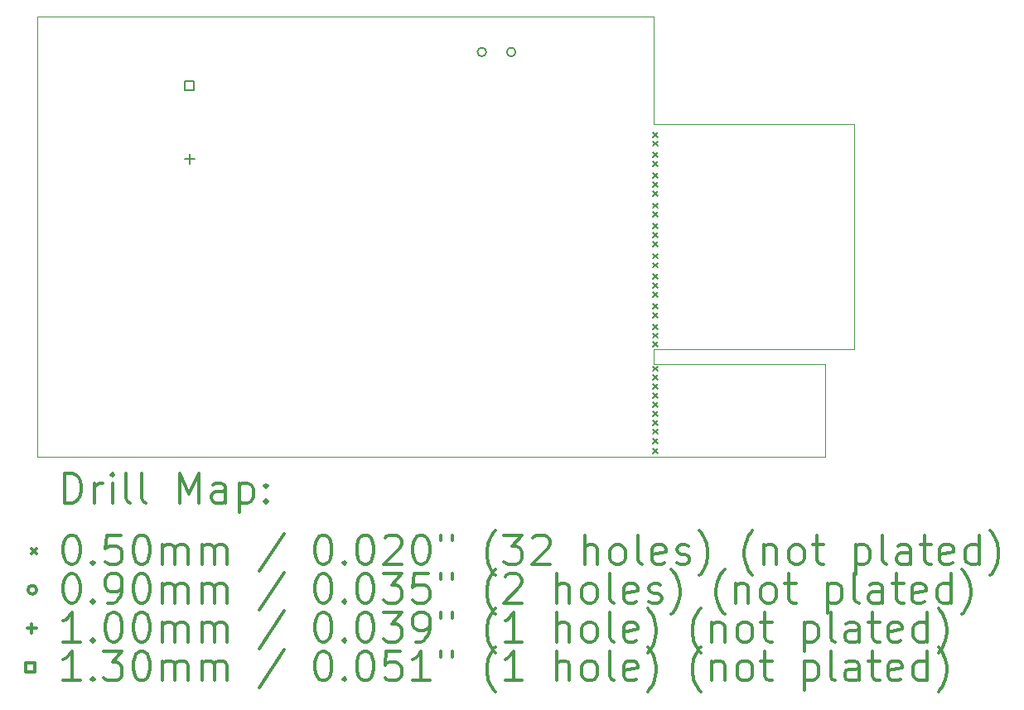
<source format=gbr>
%FSLAX45Y45*%
G04 Gerber Fmt 4.5, Leading zero omitted, Abs format (unit mm)*
G04 Created by KiCad (PCBNEW (5.1.9-0-10_14)) date 2021-06-13 08:52:33*
%MOMM*%
%LPD*%
G01*
G04 APERTURE LIST*
%TA.AperFunction,Profile*%
%ADD10C,0.100000*%
%TD*%
%ADD11C,0.200000*%
%ADD12C,0.300000*%
G04 APERTURE END LIST*
D10*
X16950000Y-12150000D02*
X15200000Y-12150000D01*
X16950000Y-13100000D02*
X16950000Y-12150000D01*
X17250000Y-9700000D02*
X17250000Y-12000000D01*
X15200000Y-12000000D02*
X17250000Y-12000000D01*
X15200000Y-9700000D02*
X17250000Y-9700000D01*
X15200000Y-9700000D02*
X15200000Y-8600000D01*
X15200000Y-12150000D02*
X15200000Y-12000000D01*
X15200000Y-8600000D02*
X8900000Y-8600000D01*
X8900000Y-13100000D02*
X16950000Y-13100000D01*
X8900000Y-8600000D02*
X8900000Y-13100000D01*
D11*
X15192000Y-12174000D02*
X15242000Y-12224000D01*
X15242000Y-12174000D02*
X15192000Y-12224000D01*
X15192000Y-12265000D02*
X15242000Y-12315000D01*
X15242000Y-12265000D02*
X15192000Y-12315000D01*
X15192000Y-12356000D02*
X15242000Y-12406000D01*
X15242000Y-12356000D02*
X15192000Y-12406000D01*
X15192000Y-12449000D02*
X15242000Y-12499000D01*
X15242000Y-12449000D02*
X15192000Y-12499000D01*
X15192000Y-12726000D02*
X15242000Y-12776000D01*
X15242000Y-12726000D02*
X15192000Y-12776000D01*
X15192000Y-12916000D02*
X15242000Y-12966000D01*
X15242000Y-12916000D02*
X15192000Y-12966000D01*
X15193000Y-9780000D02*
X15243000Y-9830000D01*
X15243000Y-9780000D02*
X15193000Y-9830000D01*
X15193000Y-9871000D02*
X15243000Y-9921000D01*
X15243000Y-9871000D02*
X15193000Y-9921000D01*
X15193000Y-9987000D02*
X15243000Y-10037000D01*
X15243000Y-9987000D02*
X15193000Y-10037000D01*
X15193000Y-10079000D02*
X15243000Y-10129000D01*
X15243000Y-10079000D02*
X15193000Y-10129000D01*
X15193000Y-10196000D02*
X15243000Y-10246000D01*
X15243000Y-10196000D02*
X15193000Y-10246000D01*
X15193000Y-10289000D02*
X15243000Y-10339000D01*
X15243000Y-10289000D02*
X15193000Y-10339000D01*
X15193000Y-10383000D02*
X15243000Y-10433000D01*
X15243000Y-10383000D02*
X15193000Y-10433000D01*
X15193000Y-10506000D02*
X15243000Y-10556000D01*
X15243000Y-10506000D02*
X15193000Y-10556000D01*
X15193000Y-10597000D02*
X15243000Y-10647000D01*
X15243000Y-10597000D02*
X15193000Y-10647000D01*
X15193000Y-10715000D02*
X15243000Y-10765000D01*
X15243000Y-10715000D02*
X15193000Y-10765000D01*
X15193000Y-10809000D02*
X15243000Y-10859000D01*
X15243000Y-10809000D02*
X15193000Y-10859000D01*
X15193000Y-10902000D02*
X15243000Y-10952000D01*
X15243000Y-10902000D02*
X15193000Y-10952000D01*
X15193000Y-11022000D02*
X15243000Y-11072000D01*
X15243000Y-11022000D02*
X15193000Y-11072000D01*
X15193000Y-11115000D02*
X15243000Y-11165000D01*
X15243000Y-11115000D02*
X15193000Y-11165000D01*
X15193000Y-11232000D02*
X15243000Y-11282000D01*
X15243000Y-11232000D02*
X15193000Y-11282000D01*
X15193000Y-11324000D02*
X15243000Y-11374000D01*
X15243000Y-11324000D02*
X15193000Y-11374000D01*
X15193000Y-11416000D02*
X15243000Y-11466000D01*
X15243000Y-11416000D02*
X15193000Y-11466000D01*
X15193000Y-11538000D02*
X15243000Y-11588000D01*
X15243000Y-11538000D02*
X15193000Y-11588000D01*
X15193000Y-11630000D02*
X15243000Y-11680000D01*
X15243000Y-11630000D02*
X15193000Y-11680000D01*
X15193000Y-11745000D02*
X15243000Y-11795000D01*
X15243000Y-11745000D02*
X15193000Y-11795000D01*
X15193000Y-11835000D02*
X15243000Y-11885000D01*
X15243000Y-11835000D02*
X15193000Y-11885000D01*
X15193000Y-11924000D02*
X15243000Y-11974000D01*
X15243000Y-11924000D02*
X15193000Y-11974000D01*
X15193000Y-12540000D02*
X15243000Y-12590000D01*
X15243000Y-12540000D02*
X15193000Y-12590000D01*
X15193000Y-12632000D02*
X15243000Y-12682000D01*
X15243000Y-12632000D02*
X15193000Y-12682000D01*
X15194000Y-12817000D02*
X15244000Y-12867000D01*
X15244000Y-12817000D02*
X15194000Y-12867000D01*
X15194000Y-13013000D02*
X15244000Y-13063000D01*
X15244000Y-13013000D02*
X15194000Y-13063000D01*
X13489000Y-8958500D02*
G75*
G03*
X13489000Y-8958500I-45000J0D01*
G01*
X13789000Y-8958500D02*
G75*
G03*
X13789000Y-8958500I-45000J0D01*
G01*
X10456000Y-10004000D02*
X10456000Y-10104000D01*
X10406000Y-10054000D02*
X10506000Y-10054000D01*
X10501962Y-9349962D02*
X10501962Y-9258038D01*
X10410038Y-9258038D01*
X10410038Y-9349962D01*
X10501962Y-9349962D01*
D12*
X9181428Y-13570714D02*
X9181428Y-13270714D01*
X9252857Y-13270714D01*
X9295714Y-13285000D01*
X9324286Y-13313571D01*
X9338571Y-13342143D01*
X9352857Y-13399286D01*
X9352857Y-13442143D01*
X9338571Y-13499286D01*
X9324286Y-13527857D01*
X9295714Y-13556429D01*
X9252857Y-13570714D01*
X9181428Y-13570714D01*
X9481428Y-13570714D02*
X9481428Y-13370714D01*
X9481428Y-13427857D02*
X9495714Y-13399286D01*
X9510000Y-13385000D01*
X9538571Y-13370714D01*
X9567143Y-13370714D01*
X9667143Y-13570714D02*
X9667143Y-13370714D01*
X9667143Y-13270714D02*
X9652857Y-13285000D01*
X9667143Y-13299286D01*
X9681428Y-13285000D01*
X9667143Y-13270714D01*
X9667143Y-13299286D01*
X9852857Y-13570714D02*
X9824286Y-13556429D01*
X9810000Y-13527857D01*
X9810000Y-13270714D01*
X10010000Y-13570714D02*
X9981428Y-13556429D01*
X9967143Y-13527857D01*
X9967143Y-13270714D01*
X10352857Y-13570714D02*
X10352857Y-13270714D01*
X10452857Y-13485000D01*
X10552857Y-13270714D01*
X10552857Y-13570714D01*
X10824286Y-13570714D02*
X10824286Y-13413571D01*
X10810000Y-13385000D01*
X10781428Y-13370714D01*
X10724286Y-13370714D01*
X10695714Y-13385000D01*
X10824286Y-13556429D02*
X10795714Y-13570714D01*
X10724286Y-13570714D01*
X10695714Y-13556429D01*
X10681428Y-13527857D01*
X10681428Y-13499286D01*
X10695714Y-13470714D01*
X10724286Y-13456429D01*
X10795714Y-13456429D01*
X10824286Y-13442143D01*
X10967143Y-13370714D02*
X10967143Y-13670714D01*
X10967143Y-13385000D02*
X10995714Y-13370714D01*
X11052857Y-13370714D01*
X11081428Y-13385000D01*
X11095714Y-13399286D01*
X11110000Y-13427857D01*
X11110000Y-13513571D01*
X11095714Y-13542143D01*
X11081428Y-13556429D01*
X11052857Y-13570714D01*
X10995714Y-13570714D01*
X10967143Y-13556429D01*
X11238571Y-13542143D02*
X11252857Y-13556429D01*
X11238571Y-13570714D01*
X11224286Y-13556429D01*
X11238571Y-13542143D01*
X11238571Y-13570714D01*
X11238571Y-13385000D02*
X11252857Y-13399286D01*
X11238571Y-13413571D01*
X11224286Y-13399286D01*
X11238571Y-13385000D01*
X11238571Y-13413571D01*
X8845000Y-14040000D02*
X8895000Y-14090000D01*
X8895000Y-14040000D02*
X8845000Y-14090000D01*
X9238571Y-13900714D02*
X9267143Y-13900714D01*
X9295714Y-13915000D01*
X9310000Y-13929286D01*
X9324286Y-13957857D01*
X9338571Y-14015000D01*
X9338571Y-14086429D01*
X9324286Y-14143571D01*
X9310000Y-14172143D01*
X9295714Y-14186429D01*
X9267143Y-14200714D01*
X9238571Y-14200714D01*
X9210000Y-14186429D01*
X9195714Y-14172143D01*
X9181428Y-14143571D01*
X9167143Y-14086429D01*
X9167143Y-14015000D01*
X9181428Y-13957857D01*
X9195714Y-13929286D01*
X9210000Y-13915000D01*
X9238571Y-13900714D01*
X9467143Y-14172143D02*
X9481428Y-14186429D01*
X9467143Y-14200714D01*
X9452857Y-14186429D01*
X9467143Y-14172143D01*
X9467143Y-14200714D01*
X9752857Y-13900714D02*
X9610000Y-13900714D01*
X9595714Y-14043571D01*
X9610000Y-14029286D01*
X9638571Y-14015000D01*
X9710000Y-14015000D01*
X9738571Y-14029286D01*
X9752857Y-14043571D01*
X9767143Y-14072143D01*
X9767143Y-14143571D01*
X9752857Y-14172143D01*
X9738571Y-14186429D01*
X9710000Y-14200714D01*
X9638571Y-14200714D01*
X9610000Y-14186429D01*
X9595714Y-14172143D01*
X9952857Y-13900714D02*
X9981428Y-13900714D01*
X10010000Y-13915000D01*
X10024286Y-13929286D01*
X10038571Y-13957857D01*
X10052857Y-14015000D01*
X10052857Y-14086429D01*
X10038571Y-14143571D01*
X10024286Y-14172143D01*
X10010000Y-14186429D01*
X9981428Y-14200714D01*
X9952857Y-14200714D01*
X9924286Y-14186429D01*
X9910000Y-14172143D01*
X9895714Y-14143571D01*
X9881428Y-14086429D01*
X9881428Y-14015000D01*
X9895714Y-13957857D01*
X9910000Y-13929286D01*
X9924286Y-13915000D01*
X9952857Y-13900714D01*
X10181428Y-14200714D02*
X10181428Y-14000714D01*
X10181428Y-14029286D02*
X10195714Y-14015000D01*
X10224286Y-14000714D01*
X10267143Y-14000714D01*
X10295714Y-14015000D01*
X10310000Y-14043571D01*
X10310000Y-14200714D01*
X10310000Y-14043571D02*
X10324286Y-14015000D01*
X10352857Y-14000714D01*
X10395714Y-14000714D01*
X10424286Y-14015000D01*
X10438571Y-14043571D01*
X10438571Y-14200714D01*
X10581428Y-14200714D02*
X10581428Y-14000714D01*
X10581428Y-14029286D02*
X10595714Y-14015000D01*
X10624286Y-14000714D01*
X10667143Y-14000714D01*
X10695714Y-14015000D01*
X10710000Y-14043571D01*
X10710000Y-14200714D01*
X10710000Y-14043571D02*
X10724286Y-14015000D01*
X10752857Y-14000714D01*
X10795714Y-14000714D01*
X10824286Y-14015000D01*
X10838571Y-14043571D01*
X10838571Y-14200714D01*
X11424286Y-13886429D02*
X11167143Y-14272143D01*
X11810000Y-13900714D02*
X11838571Y-13900714D01*
X11867143Y-13915000D01*
X11881428Y-13929286D01*
X11895714Y-13957857D01*
X11910000Y-14015000D01*
X11910000Y-14086429D01*
X11895714Y-14143571D01*
X11881428Y-14172143D01*
X11867143Y-14186429D01*
X11838571Y-14200714D01*
X11810000Y-14200714D01*
X11781428Y-14186429D01*
X11767143Y-14172143D01*
X11752857Y-14143571D01*
X11738571Y-14086429D01*
X11738571Y-14015000D01*
X11752857Y-13957857D01*
X11767143Y-13929286D01*
X11781428Y-13915000D01*
X11810000Y-13900714D01*
X12038571Y-14172143D02*
X12052857Y-14186429D01*
X12038571Y-14200714D01*
X12024286Y-14186429D01*
X12038571Y-14172143D01*
X12038571Y-14200714D01*
X12238571Y-13900714D02*
X12267143Y-13900714D01*
X12295714Y-13915000D01*
X12310000Y-13929286D01*
X12324286Y-13957857D01*
X12338571Y-14015000D01*
X12338571Y-14086429D01*
X12324286Y-14143571D01*
X12310000Y-14172143D01*
X12295714Y-14186429D01*
X12267143Y-14200714D01*
X12238571Y-14200714D01*
X12210000Y-14186429D01*
X12195714Y-14172143D01*
X12181428Y-14143571D01*
X12167143Y-14086429D01*
X12167143Y-14015000D01*
X12181428Y-13957857D01*
X12195714Y-13929286D01*
X12210000Y-13915000D01*
X12238571Y-13900714D01*
X12452857Y-13929286D02*
X12467143Y-13915000D01*
X12495714Y-13900714D01*
X12567143Y-13900714D01*
X12595714Y-13915000D01*
X12610000Y-13929286D01*
X12624286Y-13957857D01*
X12624286Y-13986429D01*
X12610000Y-14029286D01*
X12438571Y-14200714D01*
X12624286Y-14200714D01*
X12810000Y-13900714D02*
X12838571Y-13900714D01*
X12867143Y-13915000D01*
X12881428Y-13929286D01*
X12895714Y-13957857D01*
X12910000Y-14015000D01*
X12910000Y-14086429D01*
X12895714Y-14143571D01*
X12881428Y-14172143D01*
X12867143Y-14186429D01*
X12838571Y-14200714D01*
X12810000Y-14200714D01*
X12781428Y-14186429D01*
X12767143Y-14172143D01*
X12752857Y-14143571D01*
X12738571Y-14086429D01*
X12738571Y-14015000D01*
X12752857Y-13957857D01*
X12767143Y-13929286D01*
X12781428Y-13915000D01*
X12810000Y-13900714D01*
X13024286Y-13900714D02*
X13024286Y-13957857D01*
X13138571Y-13900714D02*
X13138571Y-13957857D01*
X13581428Y-14315000D02*
X13567143Y-14300714D01*
X13538571Y-14257857D01*
X13524286Y-14229286D01*
X13510000Y-14186429D01*
X13495714Y-14115000D01*
X13495714Y-14057857D01*
X13510000Y-13986429D01*
X13524286Y-13943571D01*
X13538571Y-13915000D01*
X13567143Y-13872143D01*
X13581428Y-13857857D01*
X13667143Y-13900714D02*
X13852857Y-13900714D01*
X13752857Y-14015000D01*
X13795714Y-14015000D01*
X13824286Y-14029286D01*
X13838571Y-14043571D01*
X13852857Y-14072143D01*
X13852857Y-14143571D01*
X13838571Y-14172143D01*
X13824286Y-14186429D01*
X13795714Y-14200714D01*
X13710000Y-14200714D01*
X13681428Y-14186429D01*
X13667143Y-14172143D01*
X13967143Y-13929286D02*
X13981428Y-13915000D01*
X14010000Y-13900714D01*
X14081428Y-13900714D01*
X14110000Y-13915000D01*
X14124286Y-13929286D01*
X14138571Y-13957857D01*
X14138571Y-13986429D01*
X14124286Y-14029286D01*
X13952857Y-14200714D01*
X14138571Y-14200714D01*
X14495714Y-14200714D02*
X14495714Y-13900714D01*
X14624286Y-14200714D02*
X14624286Y-14043571D01*
X14610000Y-14015000D01*
X14581428Y-14000714D01*
X14538571Y-14000714D01*
X14510000Y-14015000D01*
X14495714Y-14029286D01*
X14810000Y-14200714D02*
X14781428Y-14186429D01*
X14767143Y-14172143D01*
X14752857Y-14143571D01*
X14752857Y-14057857D01*
X14767143Y-14029286D01*
X14781428Y-14015000D01*
X14810000Y-14000714D01*
X14852857Y-14000714D01*
X14881428Y-14015000D01*
X14895714Y-14029286D01*
X14910000Y-14057857D01*
X14910000Y-14143571D01*
X14895714Y-14172143D01*
X14881428Y-14186429D01*
X14852857Y-14200714D01*
X14810000Y-14200714D01*
X15081428Y-14200714D02*
X15052857Y-14186429D01*
X15038571Y-14157857D01*
X15038571Y-13900714D01*
X15310000Y-14186429D02*
X15281428Y-14200714D01*
X15224286Y-14200714D01*
X15195714Y-14186429D01*
X15181428Y-14157857D01*
X15181428Y-14043571D01*
X15195714Y-14015000D01*
X15224286Y-14000714D01*
X15281428Y-14000714D01*
X15310000Y-14015000D01*
X15324286Y-14043571D01*
X15324286Y-14072143D01*
X15181428Y-14100714D01*
X15438571Y-14186429D02*
X15467143Y-14200714D01*
X15524286Y-14200714D01*
X15552857Y-14186429D01*
X15567143Y-14157857D01*
X15567143Y-14143571D01*
X15552857Y-14115000D01*
X15524286Y-14100714D01*
X15481428Y-14100714D01*
X15452857Y-14086429D01*
X15438571Y-14057857D01*
X15438571Y-14043571D01*
X15452857Y-14015000D01*
X15481428Y-14000714D01*
X15524286Y-14000714D01*
X15552857Y-14015000D01*
X15667143Y-14315000D02*
X15681428Y-14300714D01*
X15710000Y-14257857D01*
X15724286Y-14229286D01*
X15738571Y-14186429D01*
X15752857Y-14115000D01*
X15752857Y-14057857D01*
X15738571Y-13986429D01*
X15724286Y-13943571D01*
X15710000Y-13915000D01*
X15681428Y-13872143D01*
X15667143Y-13857857D01*
X16210000Y-14315000D02*
X16195714Y-14300714D01*
X16167143Y-14257857D01*
X16152857Y-14229286D01*
X16138571Y-14186429D01*
X16124286Y-14115000D01*
X16124286Y-14057857D01*
X16138571Y-13986429D01*
X16152857Y-13943571D01*
X16167143Y-13915000D01*
X16195714Y-13872143D01*
X16210000Y-13857857D01*
X16324286Y-14000714D02*
X16324286Y-14200714D01*
X16324286Y-14029286D02*
X16338571Y-14015000D01*
X16367143Y-14000714D01*
X16410000Y-14000714D01*
X16438571Y-14015000D01*
X16452857Y-14043571D01*
X16452857Y-14200714D01*
X16638571Y-14200714D02*
X16610000Y-14186429D01*
X16595714Y-14172143D01*
X16581428Y-14143571D01*
X16581428Y-14057857D01*
X16595714Y-14029286D01*
X16610000Y-14015000D01*
X16638571Y-14000714D01*
X16681428Y-14000714D01*
X16710000Y-14015000D01*
X16724286Y-14029286D01*
X16738571Y-14057857D01*
X16738571Y-14143571D01*
X16724286Y-14172143D01*
X16710000Y-14186429D01*
X16681428Y-14200714D01*
X16638571Y-14200714D01*
X16824286Y-14000714D02*
X16938571Y-14000714D01*
X16867143Y-13900714D02*
X16867143Y-14157857D01*
X16881428Y-14186429D01*
X16910000Y-14200714D01*
X16938571Y-14200714D01*
X17267143Y-14000714D02*
X17267143Y-14300714D01*
X17267143Y-14015000D02*
X17295714Y-14000714D01*
X17352857Y-14000714D01*
X17381428Y-14015000D01*
X17395714Y-14029286D01*
X17410000Y-14057857D01*
X17410000Y-14143571D01*
X17395714Y-14172143D01*
X17381428Y-14186429D01*
X17352857Y-14200714D01*
X17295714Y-14200714D01*
X17267143Y-14186429D01*
X17581428Y-14200714D02*
X17552857Y-14186429D01*
X17538571Y-14157857D01*
X17538571Y-13900714D01*
X17824286Y-14200714D02*
X17824286Y-14043571D01*
X17810000Y-14015000D01*
X17781428Y-14000714D01*
X17724286Y-14000714D01*
X17695714Y-14015000D01*
X17824286Y-14186429D02*
X17795714Y-14200714D01*
X17724286Y-14200714D01*
X17695714Y-14186429D01*
X17681428Y-14157857D01*
X17681428Y-14129286D01*
X17695714Y-14100714D01*
X17724286Y-14086429D01*
X17795714Y-14086429D01*
X17824286Y-14072143D01*
X17924286Y-14000714D02*
X18038571Y-14000714D01*
X17967143Y-13900714D02*
X17967143Y-14157857D01*
X17981428Y-14186429D01*
X18010000Y-14200714D01*
X18038571Y-14200714D01*
X18252857Y-14186429D02*
X18224286Y-14200714D01*
X18167143Y-14200714D01*
X18138571Y-14186429D01*
X18124286Y-14157857D01*
X18124286Y-14043571D01*
X18138571Y-14015000D01*
X18167143Y-14000714D01*
X18224286Y-14000714D01*
X18252857Y-14015000D01*
X18267143Y-14043571D01*
X18267143Y-14072143D01*
X18124286Y-14100714D01*
X18524286Y-14200714D02*
X18524286Y-13900714D01*
X18524286Y-14186429D02*
X18495714Y-14200714D01*
X18438571Y-14200714D01*
X18410000Y-14186429D01*
X18395714Y-14172143D01*
X18381428Y-14143571D01*
X18381428Y-14057857D01*
X18395714Y-14029286D01*
X18410000Y-14015000D01*
X18438571Y-14000714D01*
X18495714Y-14000714D01*
X18524286Y-14015000D01*
X18638571Y-14315000D02*
X18652857Y-14300714D01*
X18681428Y-14257857D01*
X18695714Y-14229286D01*
X18710000Y-14186429D01*
X18724286Y-14115000D01*
X18724286Y-14057857D01*
X18710000Y-13986429D01*
X18695714Y-13943571D01*
X18681428Y-13915000D01*
X18652857Y-13872143D01*
X18638571Y-13857857D01*
X8895000Y-14461000D02*
G75*
G03*
X8895000Y-14461000I-45000J0D01*
G01*
X9238571Y-14296714D02*
X9267143Y-14296714D01*
X9295714Y-14311000D01*
X9310000Y-14325286D01*
X9324286Y-14353857D01*
X9338571Y-14411000D01*
X9338571Y-14482429D01*
X9324286Y-14539571D01*
X9310000Y-14568143D01*
X9295714Y-14582429D01*
X9267143Y-14596714D01*
X9238571Y-14596714D01*
X9210000Y-14582429D01*
X9195714Y-14568143D01*
X9181428Y-14539571D01*
X9167143Y-14482429D01*
X9167143Y-14411000D01*
X9181428Y-14353857D01*
X9195714Y-14325286D01*
X9210000Y-14311000D01*
X9238571Y-14296714D01*
X9467143Y-14568143D02*
X9481428Y-14582429D01*
X9467143Y-14596714D01*
X9452857Y-14582429D01*
X9467143Y-14568143D01*
X9467143Y-14596714D01*
X9624286Y-14596714D02*
X9681428Y-14596714D01*
X9710000Y-14582429D01*
X9724286Y-14568143D01*
X9752857Y-14525286D01*
X9767143Y-14468143D01*
X9767143Y-14353857D01*
X9752857Y-14325286D01*
X9738571Y-14311000D01*
X9710000Y-14296714D01*
X9652857Y-14296714D01*
X9624286Y-14311000D01*
X9610000Y-14325286D01*
X9595714Y-14353857D01*
X9595714Y-14425286D01*
X9610000Y-14453857D01*
X9624286Y-14468143D01*
X9652857Y-14482429D01*
X9710000Y-14482429D01*
X9738571Y-14468143D01*
X9752857Y-14453857D01*
X9767143Y-14425286D01*
X9952857Y-14296714D02*
X9981428Y-14296714D01*
X10010000Y-14311000D01*
X10024286Y-14325286D01*
X10038571Y-14353857D01*
X10052857Y-14411000D01*
X10052857Y-14482429D01*
X10038571Y-14539571D01*
X10024286Y-14568143D01*
X10010000Y-14582429D01*
X9981428Y-14596714D01*
X9952857Y-14596714D01*
X9924286Y-14582429D01*
X9910000Y-14568143D01*
X9895714Y-14539571D01*
X9881428Y-14482429D01*
X9881428Y-14411000D01*
X9895714Y-14353857D01*
X9910000Y-14325286D01*
X9924286Y-14311000D01*
X9952857Y-14296714D01*
X10181428Y-14596714D02*
X10181428Y-14396714D01*
X10181428Y-14425286D02*
X10195714Y-14411000D01*
X10224286Y-14396714D01*
X10267143Y-14396714D01*
X10295714Y-14411000D01*
X10310000Y-14439571D01*
X10310000Y-14596714D01*
X10310000Y-14439571D02*
X10324286Y-14411000D01*
X10352857Y-14396714D01*
X10395714Y-14396714D01*
X10424286Y-14411000D01*
X10438571Y-14439571D01*
X10438571Y-14596714D01*
X10581428Y-14596714D02*
X10581428Y-14396714D01*
X10581428Y-14425286D02*
X10595714Y-14411000D01*
X10624286Y-14396714D01*
X10667143Y-14396714D01*
X10695714Y-14411000D01*
X10710000Y-14439571D01*
X10710000Y-14596714D01*
X10710000Y-14439571D02*
X10724286Y-14411000D01*
X10752857Y-14396714D01*
X10795714Y-14396714D01*
X10824286Y-14411000D01*
X10838571Y-14439571D01*
X10838571Y-14596714D01*
X11424286Y-14282429D02*
X11167143Y-14668143D01*
X11810000Y-14296714D02*
X11838571Y-14296714D01*
X11867143Y-14311000D01*
X11881428Y-14325286D01*
X11895714Y-14353857D01*
X11910000Y-14411000D01*
X11910000Y-14482429D01*
X11895714Y-14539571D01*
X11881428Y-14568143D01*
X11867143Y-14582429D01*
X11838571Y-14596714D01*
X11810000Y-14596714D01*
X11781428Y-14582429D01*
X11767143Y-14568143D01*
X11752857Y-14539571D01*
X11738571Y-14482429D01*
X11738571Y-14411000D01*
X11752857Y-14353857D01*
X11767143Y-14325286D01*
X11781428Y-14311000D01*
X11810000Y-14296714D01*
X12038571Y-14568143D02*
X12052857Y-14582429D01*
X12038571Y-14596714D01*
X12024286Y-14582429D01*
X12038571Y-14568143D01*
X12038571Y-14596714D01*
X12238571Y-14296714D02*
X12267143Y-14296714D01*
X12295714Y-14311000D01*
X12310000Y-14325286D01*
X12324286Y-14353857D01*
X12338571Y-14411000D01*
X12338571Y-14482429D01*
X12324286Y-14539571D01*
X12310000Y-14568143D01*
X12295714Y-14582429D01*
X12267143Y-14596714D01*
X12238571Y-14596714D01*
X12210000Y-14582429D01*
X12195714Y-14568143D01*
X12181428Y-14539571D01*
X12167143Y-14482429D01*
X12167143Y-14411000D01*
X12181428Y-14353857D01*
X12195714Y-14325286D01*
X12210000Y-14311000D01*
X12238571Y-14296714D01*
X12438571Y-14296714D02*
X12624286Y-14296714D01*
X12524286Y-14411000D01*
X12567143Y-14411000D01*
X12595714Y-14425286D01*
X12610000Y-14439571D01*
X12624286Y-14468143D01*
X12624286Y-14539571D01*
X12610000Y-14568143D01*
X12595714Y-14582429D01*
X12567143Y-14596714D01*
X12481428Y-14596714D01*
X12452857Y-14582429D01*
X12438571Y-14568143D01*
X12895714Y-14296714D02*
X12752857Y-14296714D01*
X12738571Y-14439571D01*
X12752857Y-14425286D01*
X12781428Y-14411000D01*
X12852857Y-14411000D01*
X12881428Y-14425286D01*
X12895714Y-14439571D01*
X12910000Y-14468143D01*
X12910000Y-14539571D01*
X12895714Y-14568143D01*
X12881428Y-14582429D01*
X12852857Y-14596714D01*
X12781428Y-14596714D01*
X12752857Y-14582429D01*
X12738571Y-14568143D01*
X13024286Y-14296714D02*
X13024286Y-14353857D01*
X13138571Y-14296714D02*
X13138571Y-14353857D01*
X13581428Y-14711000D02*
X13567143Y-14696714D01*
X13538571Y-14653857D01*
X13524286Y-14625286D01*
X13510000Y-14582429D01*
X13495714Y-14511000D01*
X13495714Y-14453857D01*
X13510000Y-14382429D01*
X13524286Y-14339571D01*
X13538571Y-14311000D01*
X13567143Y-14268143D01*
X13581428Y-14253857D01*
X13681428Y-14325286D02*
X13695714Y-14311000D01*
X13724286Y-14296714D01*
X13795714Y-14296714D01*
X13824286Y-14311000D01*
X13838571Y-14325286D01*
X13852857Y-14353857D01*
X13852857Y-14382429D01*
X13838571Y-14425286D01*
X13667143Y-14596714D01*
X13852857Y-14596714D01*
X14210000Y-14596714D02*
X14210000Y-14296714D01*
X14338571Y-14596714D02*
X14338571Y-14439571D01*
X14324286Y-14411000D01*
X14295714Y-14396714D01*
X14252857Y-14396714D01*
X14224286Y-14411000D01*
X14210000Y-14425286D01*
X14524286Y-14596714D02*
X14495714Y-14582429D01*
X14481428Y-14568143D01*
X14467143Y-14539571D01*
X14467143Y-14453857D01*
X14481428Y-14425286D01*
X14495714Y-14411000D01*
X14524286Y-14396714D01*
X14567143Y-14396714D01*
X14595714Y-14411000D01*
X14610000Y-14425286D01*
X14624286Y-14453857D01*
X14624286Y-14539571D01*
X14610000Y-14568143D01*
X14595714Y-14582429D01*
X14567143Y-14596714D01*
X14524286Y-14596714D01*
X14795714Y-14596714D02*
X14767143Y-14582429D01*
X14752857Y-14553857D01*
X14752857Y-14296714D01*
X15024286Y-14582429D02*
X14995714Y-14596714D01*
X14938571Y-14596714D01*
X14910000Y-14582429D01*
X14895714Y-14553857D01*
X14895714Y-14439571D01*
X14910000Y-14411000D01*
X14938571Y-14396714D01*
X14995714Y-14396714D01*
X15024286Y-14411000D01*
X15038571Y-14439571D01*
X15038571Y-14468143D01*
X14895714Y-14496714D01*
X15152857Y-14582429D02*
X15181428Y-14596714D01*
X15238571Y-14596714D01*
X15267143Y-14582429D01*
X15281428Y-14553857D01*
X15281428Y-14539571D01*
X15267143Y-14511000D01*
X15238571Y-14496714D01*
X15195714Y-14496714D01*
X15167143Y-14482429D01*
X15152857Y-14453857D01*
X15152857Y-14439571D01*
X15167143Y-14411000D01*
X15195714Y-14396714D01*
X15238571Y-14396714D01*
X15267143Y-14411000D01*
X15381428Y-14711000D02*
X15395714Y-14696714D01*
X15424286Y-14653857D01*
X15438571Y-14625286D01*
X15452857Y-14582429D01*
X15467143Y-14511000D01*
X15467143Y-14453857D01*
X15452857Y-14382429D01*
X15438571Y-14339571D01*
X15424286Y-14311000D01*
X15395714Y-14268143D01*
X15381428Y-14253857D01*
X15924286Y-14711000D02*
X15910000Y-14696714D01*
X15881428Y-14653857D01*
X15867143Y-14625286D01*
X15852857Y-14582429D01*
X15838571Y-14511000D01*
X15838571Y-14453857D01*
X15852857Y-14382429D01*
X15867143Y-14339571D01*
X15881428Y-14311000D01*
X15910000Y-14268143D01*
X15924286Y-14253857D01*
X16038571Y-14396714D02*
X16038571Y-14596714D01*
X16038571Y-14425286D02*
X16052857Y-14411000D01*
X16081428Y-14396714D01*
X16124286Y-14396714D01*
X16152857Y-14411000D01*
X16167143Y-14439571D01*
X16167143Y-14596714D01*
X16352857Y-14596714D02*
X16324286Y-14582429D01*
X16310000Y-14568143D01*
X16295714Y-14539571D01*
X16295714Y-14453857D01*
X16310000Y-14425286D01*
X16324286Y-14411000D01*
X16352857Y-14396714D01*
X16395714Y-14396714D01*
X16424286Y-14411000D01*
X16438571Y-14425286D01*
X16452857Y-14453857D01*
X16452857Y-14539571D01*
X16438571Y-14568143D01*
X16424286Y-14582429D01*
X16395714Y-14596714D01*
X16352857Y-14596714D01*
X16538571Y-14396714D02*
X16652857Y-14396714D01*
X16581428Y-14296714D02*
X16581428Y-14553857D01*
X16595714Y-14582429D01*
X16624286Y-14596714D01*
X16652857Y-14596714D01*
X16981428Y-14396714D02*
X16981428Y-14696714D01*
X16981428Y-14411000D02*
X17010000Y-14396714D01*
X17067143Y-14396714D01*
X17095714Y-14411000D01*
X17110000Y-14425286D01*
X17124286Y-14453857D01*
X17124286Y-14539571D01*
X17110000Y-14568143D01*
X17095714Y-14582429D01*
X17067143Y-14596714D01*
X17010000Y-14596714D01*
X16981428Y-14582429D01*
X17295714Y-14596714D02*
X17267143Y-14582429D01*
X17252857Y-14553857D01*
X17252857Y-14296714D01*
X17538571Y-14596714D02*
X17538571Y-14439571D01*
X17524286Y-14411000D01*
X17495714Y-14396714D01*
X17438571Y-14396714D01*
X17410000Y-14411000D01*
X17538571Y-14582429D02*
X17510000Y-14596714D01*
X17438571Y-14596714D01*
X17410000Y-14582429D01*
X17395714Y-14553857D01*
X17395714Y-14525286D01*
X17410000Y-14496714D01*
X17438571Y-14482429D01*
X17510000Y-14482429D01*
X17538571Y-14468143D01*
X17638571Y-14396714D02*
X17752857Y-14396714D01*
X17681428Y-14296714D02*
X17681428Y-14553857D01*
X17695714Y-14582429D01*
X17724286Y-14596714D01*
X17752857Y-14596714D01*
X17967143Y-14582429D02*
X17938571Y-14596714D01*
X17881428Y-14596714D01*
X17852857Y-14582429D01*
X17838571Y-14553857D01*
X17838571Y-14439571D01*
X17852857Y-14411000D01*
X17881428Y-14396714D01*
X17938571Y-14396714D01*
X17967143Y-14411000D01*
X17981428Y-14439571D01*
X17981428Y-14468143D01*
X17838571Y-14496714D01*
X18238571Y-14596714D02*
X18238571Y-14296714D01*
X18238571Y-14582429D02*
X18210000Y-14596714D01*
X18152857Y-14596714D01*
X18124286Y-14582429D01*
X18110000Y-14568143D01*
X18095714Y-14539571D01*
X18095714Y-14453857D01*
X18110000Y-14425286D01*
X18124286Y-14411000D01*
X18152857Y-14396714D01*
X18210000Y-14396714D01*
X18238571Y-14411000D01*
X18352857Y-14711000D02*
X18367143Y-14696714D01*
X18395714Y-14653857D01*
X18410000Y-14625286D01*
X18424286Y-14582429D01*
X18438571Y-14511000D01*
X18438571Y-14453857D01*
X18424286Y-14382429D01*
X18410000Y-14339571D01*
X18395714Y-14311000D01*
X18367143Y-14268143D01*
X18352857Y-14253857D01*
X8845000Y-14807000D02*
X8845000Y-14907000D01*
X8795000Y-14857000D02*
X8895000Y-14857000D01*
X9338571Y-14992714D02*
X9167143Y-14992714D01*
X9252857Y-14992714D02*
X9252857Y-14692714D01*
X9224286Y-14735571D01*
X9195714Y-14764143D01*
X9167143Y-14778429D01*
X9467143Y-14964143D02*
X9481428Y-14978429D01*
X9467143Y-14992714D01*
X9452857Y-14978429D01*
X9467143Y-14964143D01*
X9467143Y-14992714D01*
X9667143Y-14692714D02*
X9695714Y-14692714D01*
X9724286Y-14707000D01*
X9738571Y-14721286D01*
X9752857Y-14749857D01*
X9767143Y-14807000D01*
X9767143Y-14878429D01*
X9752857Y-14935571D01*
X9738571Y-14964143D01*
X9724286Y-14978429D01*
X9695714Y-14992714D01*
X9667143Y-14992714D01*
X9638571Y-14978429D01*
X9624286Y-14964143D01*
X9610000Y-14935571D01*
X9595714Y-14878429D01*
X9595714Y-14807000D01*
X9610000Y-14749857D01*
X9624286Y-14721286D01*
X9638571Y-14707000D01*
X9667143Y-14692714D01*
X9952857Y-14692714D02*
X9981428Y-14692714D01*
X10010000Y-14707000D01*
X10024286Y-14721286D01*
X10038571Y-14749857D01*
X10052857Y-14807000D01*
X10052857Y-14878429D01*
X10038571Y-14935571D01*
X10024286Y-14964143D01*
X10010000Y-14978429D01*
X9981428Y-14992714D01*
X9952857Y-14992714D01*
X9924286Y-14978429D01*
X9910000Y-14964143D01*
X9895714Y-14935571D01*
X9881428Y-14878429D01*
X9881428Y-14807000D01*
X9895714Y-14749857D01*
X9910000Y-14721286D01*
X9924286Y-14707000D01*
X9952857Y-14692714D01*
X10181428Y-14992714D02*
X10181428Y-14792714D01*
X10181428Y-14821286D02*
X10195714Y-14807000D01*
X10224286Y-14792714D01*
X10267143Y-14792714D01*
X10295714Y-14807000D01*
X10310000Y-14835571D01*
X10310000Y-14992714D01*
X10310000Y-14835571D02*
X10324286Y-14807000D01*
X10352857Y-14792714D01*
X10395714Y-14792714D01*
X10424286Y-14807000D01*
X10438571Y-14835571D01*
X10438571Y-14992714D01*
X10581428Y-14992714D02*
X10581428Y-14792714D01*
X10581428Y-14821286D02*
X10595714Y-14807000D01*
X10624286Y-14792714D01*
X10667143Y-14792714D01*
X10695714Y-14807000D01*
X10710000Y-14835571D01*
X10710000Y-14992714D01*
X10710000Y-14835571D02*
X10724286Y-14807000D01*
X10752857Y-14792714D01*
X10795714Y-14792714D01*
X10824286Y-14807000D01*
X10838571Y-14835571D01*
X10838571Y-14992714D01*
X11424286Y-14678429D02*
X11167143Y-15064143D01*
X11810000Y-14692714D02*
X11838571Y-14692714D01*
X11867143Y-14707000D01*
X11881428Y-14721286D01*
X11895714Y-14749857D01*
X11910000Y-14807000D01*
X11910000Y-14878429D01*
X11895714Y-14935571D01*
X11881428Y-14964143D01*
X11867143Y-14978429D01*
X11838571Y-14992714D01*
X11810000Y-14992714D01*
X11781428Y-14978429D01*
X11767143Y-14964143D01*
X11752857Y-14935571D01*
X11738571Y-14878429D01*
X11738571Y-14807000D01*
X11752857Y-14749857D01*
X11767143Y-14721286D01*
X11781428Y-14707000D01*
X11810000Y-14692714D01*
X12038571Y-14964143D02*
X12052857Y-14978429D01*
X12038571Y-14992714D01*
X12024286Y-14978429D01*
X12038571Y-14964143D01*
X12038571Y-14992714D01*
X12238571Y-14692714D02*
X12267143Y-14692714D01*
X12295714Y-14707000D01*
X12310000Y-14721286D01*
X12324286Y-14749857D01*
X12338571Y-14807000D01*
X12338571Y-14878429D01*
X12324286Y-14935571D01*
X12310000Y-14964143D01*
X12295714Y-14978429D01*
X12267143Y-14992714D01*
X12238571Y-14992714D01*
X12210000Y-14978429D01*
X12195714Y-14964143D01*
X12181428Y-14935571D01*
X12167143Y-14878429D01*
X12167143Y-14807000D01*
X12181428Y-14749857D01*
X12195714Y-14721286D01*
X12210000Y-14707000D01*
X12238571Y-14692714D01*
X12438571Y-14692714D02*
X12624286Y-14692714D01*
X12524286Y-14807000D01*
X12567143Y-14807000D01*
X12595714Y-14821286D01*
X12610000Y-14835571D01*
X12624286Y-14864143D01*
X12624286Y-14935571D01*
X12610000Y-14964143D01*
X12595714Y-14978429D01*
X12567143Y-14992714D01*
X12481428Y-14992714D01*
X12452857Y-14978429D01*
X12438571Y-14964143D01*
X12767143Y-14992714D02*
X12824286Y-14992714D01*
X12852857Y-14978429D01*
X12867143Y-14964143D01*
X12895714Y-14921286D01*
X12910000Y-14864143D01*
X12910000Y-14749857D01*
X12895714Y-14721286D01*
X12881428Y-14707000D01*
X12852857Y-14692714D01*
X12795714Y-14692714D01*
X12767143Y-14707000D01*
X12752857Y-14721286D01*
X12738571Y-14749857D01*
X12738571Y-14821286D01*
X12752857Y-14849857D01*
X12767143Y-14864143D01*
X12795714Y-14878429D01*
X12852857Y-14878429D01*
X12881428Y-14864143D01*
X12895714Y-14849857D01*
X12910000Y-14821286D01*
X13024286Y-14692714D02*
X13024286Y-14749857D01*
X13138571Y-14692714D02*
X13138571Y-14749857D01*
X13581428Y-15107000D02*
X13567143Y-15092714D01*
X13538571Y-15049857D01*
X13524286Y-15021286D01*
X13510000Y-14978429D01*
X13495714Y-14907000D01*
X13495714Y-14849857D01*
X13510000Y-14778429D01*
X13524286Y-14735571D01*
X13538571Y-14707000D01*
X13567143Y-14664143D01*
X13581428Y-14649857D01*
X13852857Y-14992714D02*
X13681428Y-14992714D01*
X13767143Y-14992714D02*
X13767143Y-14692714D01*
X13738571Y-14735571D01*
X13710000Y-14764143D01*
X13681428Y-14778429D01*
X14210000Y-14992714D02*
X14210000Y-14692714D01*
X14338571Y-14992714D02*
X14338571Y-14835571D01*
X14324286Y-14807000D01*
X14295714Y-14792714D01*
X14252857Y-14792714D01*
X14224286Y-14807000D01*
X14210000Y-14821286D01*
X14524286Y-14992714D02*
X14495714Y-14978429D01*
X14481428Y-14964143D01*
X14467143Y-14935571D01*
X14467143Y-14849857D01*
X14481428Y-14821286D01*
X14495714Y-14807000D01*
X14524286Y-14792714D01*
X14567143Y-14792714D01*
X14595714Y-14807000D01*
X14610000Y-14821286D01*
X14624286Y-14849857D01*
X14624286Y-14935571D01*
X14610000Y-14964143D01*
X14595714Y-14978429D01*
X14567143Y-14992714D01*
X14524286Y-14992714D01*
X14795714Y-14992714D02*
X14767143Y-14978429D01*
X14752857Y-14949857D01*
X14752857Y-14692714D01*
X15024286Y-14978429D02*
X14995714Y-14992714D01*
X14938571Y-14992714D01*
X14910000Y-14978429D01*
X14895714Y-14949857D01*
X14895714Y-14835571D01*
X14910000Y-14807000D01*
X14938571Y-14792714D01*
X14995714Y-14792714D01*
X15024286Y-14807000D01*
X15038571Y-14835571D01*
X15038571Y-14864143D01*
X14895714Y-14892714D01*
X15138571Y-15107000D02*
X15152857Y-15092714D01*
X15181428Y-15049857D01*
X15195714Y-15021286D01*
X15210000Y-14978429D01*
X15224286Y-14907000D01*
X15224286Y-14849857D01*
X15210000Y-14778429D01*
X15195714Y-14735571D01*
X15181428Y-14707000D01*
X15152857Y-14664143D01*
X15138571Y-14649857D01*
X15681428Y-15107000D02*
X15667143Y-15092714D01*
X15638571Y-15049857D01*
X15624286Y-15021286D01*
X15610000Y-14978429D01*
X15595714Y-14907000D01*
X15595714Y-14849857D01*
X15610000Y-14778429D01*
X15624286Y-14735571D01*
X15638571Y-14707000D01*
X15667143Y-14664143D01*
X15681428Y-14649857D01*
X15795714Y-14792714D02*
X15795714Y-14992714D01*
X15795714Y-14821286D02*
X15810000Y-14807000D01*
X15838571Y-14792714D01*
X15881428Y-14792714D01*
X15910000Y-14807000D01*
X15924286Y-14835571D01*
X15924286Y-14992714D01*
X16110000Y-14992714D02*
X16081428Y-14978429D01*
X16067143Y-14964143D01*
X16052857Y-14935571D01*
X16052857Y-14849857D01*
X16067143Y-14821286D01*
X16081428Y-14807000D01*
X16110000Y-14792714D01*
X16152857Y-14792714D01*
X16181428Y-14807000D01*
X16195714Y-14821286D01*
X16210000Y-14849857D01*
X16210000Y-14935571D01*
X16195714Y-14964143D01*
X16181428Y-14978429D01*
X16152857Y-14992714D01*
X16110000Y-14992714D01*
X16295714Y-14792714D02*
X16410000Y-14792714D01*
X16338571Y-14692714D02*
X16338571Y-14949857D01*
X16352857Y-14978429D01*
X16381428Y-14992714D01*
X16410000Y-14992714D01*
X16738571Y-14792714D02*
X16738571Y-15092714D01*
X16738571Y-14807000D02*
X16767143Y-14792714D01*
X16824286Y-14792714D01*
X16852857Y-14807000D01*
X16867143Y-14821286D01*
X16881428Y-14849857D01*
X16881428Y-14935571D01*
X16867143Y-14964143D01*
X16852857Y-14978429D01*
X16824286Y-14992714D01*
X16767143Y-14992714D01*
X16738571Y-14978429D01*
X17052857Y-14992714D02*
X17024286Y-14978429D01*
X17010000Y-14949857D01*
X17010000Y-14692714D01*
X17295714Y-14992714D02*
X17295714Y-14835571D01*
X17281428Y-14807000D01*
X17252857Y-14792714D01*
X17195714Y-14792714D01*
X17167143Y-14807000D01*
X17295714Y-14978429D02*
X17267143Y-14992714D01*
X17195714Y-14992714D01*
X17167143Y-14978429D01*
X17152857Y-14949857D01*
X17152857Y-14921286D01*
X17167143Y-14892714D01*
X17195714Y-14878429D01*
X17267143Y-14878429D01*
X17295714Y-14864143D01*
X17395714Y-14792714D02*
X17510000Y-14792714D01*
X17438571Y-14692714D02*
X17438571Y-14949857D01*
X17452857Y-14978429D01*
X17481428Y-14992714D01*
X17510000Y-14992714D01*
X17724286Y-14978429D02*
X17695714Y-14992714D01*
X17638571Y-14992714D01*
X17610000Y-14978429D01*
X17595714Y-14949857D01*
X17595714Y-14835571D01*
X17610000Y-14807000D01*
X17638571Y-14792714D01*
X17695714Y-14792714D01*
X17724286Y-14807000D01*
X17738571Y-14835571D01*
X17738571Y-14864143D01*
X17595714Y-14892714D01*
X17995714Y-14992714D02*
X17995714Y-14692714D01*
X17995714Y-14978429D02*
X17967143Y-14992714D01*
X17910000Y-14992714D01*
X17881428Y-14978429D01*
X17867143Y-14964143D01*
X17852857Y-14935571D01*
X17852857Y-14849857D01*
X17867143Y-14821286D01*
X17881428Y-14807000D01*
X17910000Y-14792714D01*
X17967143Y-14792714D01*
X17995714Y-14807000D01*
X18110000Y-15107000D02*
X18124286Y-15092714D01*
X18152857Y-15049857D01*
X18167143Y-15021286D01*
X18181428Y-14978429D01*
X18195714Y-14907000D01*
X18195714Y-14849857D01*
X18181428Y-14778429D01*
X18167143Y-14735571D01*
X18152857Y-14707000D01*
X18124286Y-14664143D01*
X18110000Y-14649857D01*
X8875962Y-15298962D02*
X8875962Y-15207038D01*
X8784038Y-15207038D01*
X8784038Y-15298962D01*
X8875962Y-15298962D01*
X9338571Y-15388714D02*
X9167143Y-15388714D01*
X9252857Y-15388714D02*
X9252857Y-15088714D01*
X9224286Y-15131571D01*
X9195714Y-15160143D01*
X9167143Y-15174429D01*
X9467143Y-15360143D02*
X9481428Y-15374429D01*
X9467143Y-15388714D01*
X9452857Y-15374429D01*
X9467143Y-15360143D01*
X9467143Y-15388714D01*
X9581428Y-15088714D02*
X9767143Y-15088714D01*
X9667143Y-15203000D01*
X9710000Y-15203000D01*
X9738571Y-15217286D01*
X9752857Y-15231571D01*
X9767143Y-15260143D01*
X9767143Y-15331571D01*
X9752857Y-15360143D01*
X9738571Y-15374429D01*
X9710000Y-15388714D01*
X9624286Y-15388714D01*
X9595714Y-15374429D01*
X9581428Y-15360143D01*
X9952857Y-15088714D02*
X9981428Y-15088714D01*
X10010000Y-15103000D01*
X10024286Y-15117286D01*
X10038571Y-15145857D01*
X10052857Y-15203000D01*
X10052857Y-15274429D01*
X10038571Y-15331571D01*
X10024286Y-15360143D01*
X10010000Y-15374429D01*
X9981428Y-15388714D01*
X9952857Y-15388714D01*
X9924286Y-15374429D01*
X9910000Y-15360143D01*
X9895714Y-15331571D01*
X9881428Y-15274429D01*
X9881428Y-15203000D01*
X9895714Y-15145857D01*
X9910000Y-15117286D01*
X9924286Y-15103000D01*
X9952857Y-15088714D01*
X10181428Y-15388714D02*
X10181428Y-15188714D01*
X10181428Y-15217286D02*
X10195714Y-15203000D01*
X10224286Y-15188714D01*
X10267143Y-15188714D01*
X10295714Y-15203000D01*
X10310000Y-15231571D01*
X10310000Y-15388714D01*
X10310000Y-15231571D02*
X10324286Y-15203000D01*
X10352857Y-15188714D01*
X10395714Y-15188714D01*
X10424286Y-15203000D01*
X10438571Y-15231571D01*
X10438571Y-15388714D01*
X10581428Y-15388714D02*
X10581428Y-15188714D01*
X10581428Y-15217286D02*
X10595714Y-15203000D01*
X10624286Y-15188714D01*
X10667143Y-15188714D01*
X10695714Y-15203000D01*
X10710000Y-15231571D01*
X10710000Y-15388714D01*
X10710000Y-15231571D02*
X10724286Y-15203000D01*
X10752857Y-15188714D01*
X10795714Y-15188714D01*
X10824286Y-15203000D01*
X10838571Y-15231571D01*
X10838571Y-15388714D01*
X11424286Y-15074429D02*
X11167143Y-15460143D01*
X11810000Y-15088714D02*
X11838571Y-15088714D01*
X11867143Y-15103000D01*
X11881428Y-15117286D01*
X11895714Y-15145857D01*
X11910000Y-15203000D01*
X11910000Y-15274429D01*
X11895714Y-15331571D01*
X11881428Y-15360143D01*
X11867143Y-15374429D01*
X11838571Y-15388714D01*
X11810000Y-15388714D01*
X11781428Y-15374429D01*
X11767143Y-15360143D01*
X11752857Y-15331571D01*
X11738571Y-15274429D01*
X11738571Y-15203000D01*
X11752857Y-15145857D01*
X11767143Y-15117286D01*
X11781428Y-15103000D01*
X11810000Y-15088714D01*
X12038571Y-15360143D02*
X12052857Y-15374429D01*
X12038571Y-15388714D01*
X12024286Y-15374429D01*
X12038571Y-15360143D01*
X12038571Y-15388714D01*
X12238571Y-15088714D02*
X12267143Y-15088714D01*
X12295714Y-15103000D01*
X12310000Y-15117286D01*
X12324286Y-15145857D01*
X12338571Y-15203000D01*
X12338571Y-15274429D01*
X12324286Y-15331571D01*
X12310000Y-15360143D01*
X12295714Y-15374429D01*
X12267143Y-15388714D01*
X12238571Y-15388714D01*
X12210000Y-15374429D01*
X12195714Y-15360143D01*
X12181428Y-15331571D01*
X12167143Y-15274429D01*
X12167143Y-15203000D01*
X12181428Y-15145857D01*
X12195714Y-15117286D01*
X12210000Y-15103000D01*
X12238571Y-15088714D01*
X12610000Y-15088714D02*
X12467143Y-15088714D01*
X12452857Y-15231571D01*
X12467143Y-15217286D01*
X12495714Y-15203000D01*
X12567143Y-15203000D01*
X12595714Y-15217286D01*
X12610000Y-15231571D01*
X12624286Y-15260143D01*
X12624286Y-15331571D01*
X12610000Y-15360143D01*
X12595714Y-15374429D01*
X12567143Y-15388714D01*
X12495714Y-15388714D01*
X12467143Y-15374429D01*
X12452857Y-15360143D01*
X12910000Y-15388714D02*
X12738571Y-15388714D01*
X12824286Y-15388714D02*
X12824286Y-15088714D01*
X12795714Y-15131571D01*
X12767143Y-15160143D01*
X12738571Y-15174429D01*
X13024286Y-15088714D02*
X13024286Y-15145857D01*
X13138571Y-15088714D02*
X13138571Y-15145857D01*
X13581428Y-15503000D02*
X13567143Y-15488714D01*
X13538571Y-15445857D01*
X13524286Y-15417286D01*
X13510000Y-15374429D01*
X13495714Y-15303000D01*
X13495714Y-15245857D01*
X13510000Y-15174429D01*
X13524286Y-15131571D01*
X13538571Y-15103000D01*
X13567143Y-15060143D01*
X13581428Y-15045857D01*
X13852857Y-15388714D02*
X13681428Y-15388714D01*
X13767143Y-15388714D02*
X13767143Y-15088714D01*
X13738571Y-15131571D01*
X13710000Y-15160143D01*
X13681428Y-15174429D01*
X14210000Y-15388714D02*
X14210000Y-15088714D01*
X14338571Y-15388714D02*
X14338571Y-15231571D01*
X14324286Y-15203000D01*
X14295714Y-15188714D01*
X14252857Y-15188714D01*
X14224286Y-15203000D01*
X14210000Y-15217286D01*
X14524286Y-15388714D02*
X14495714Y-15374429D01*
X14481428Y-15360143D01*
X14467143Y-15331571D01*
X14467143Y-15245857D01*
X14481428Y-15217286D01*
X14495714Y-15203000D01*
X14524286Y-15188714D01*
X14567143Y-15188714D01*
X14595714Y-15203000D01*
X14610000Y-15217286D01*
X14624286Y-15245857D01*
X14624286Y-15331571D01*
X14610000Y-15360143D01*
X14595714Y-15374429D01*
X14567143Y-15388714D01*
X14524286Y-15388714D01*
X14795714Y-15388714D02*
X14767143Y-15374429D01*
X14752857Y-15345857D01*
X14752857Y-15088714D01*
X15024286Y-15374429D02*
X14995714Y-15388714D01*
X14938571Y-15388714D01*
X14910000Y-15374429D01*
X14895714Y-15345857D01*
X14895714Y-15231571D01*
X14910000Y-15203000D01*
X14938571Y-15188714D01*
X14995714Y-15188714D01*
X15024286Y-15203000D01*
X15038571Y-15231571D01*
X15038571Y-15260143D01*
X14895714Y-15288714D01*
X15138571Y-15503000D02*
X15152857Y-15488714D01*
X15181428Y-15445857D01*
X15195714Y-15417286D01*
X15210000Y-15374429D01*
X15224286Y-15303000D01*
X15224286Y-15245857D01*
X15210000Y-15174429D01*
X15195714Y-15131571D01*
X15181428Y-15103000D01*
X15152857Y-15060143D01*
X15138571Y-15045857D01*
X15681428Y-15503000D02*
X15667143Y-15488714D01*
X15638571Y-15445857D01*
X15624286Y-15417286D01*
X15610000Y-15374429D01*
X15595714Y-15303000D01*
X15595714Y-15245857D01*
X15610000Y-15174429D01*
X15624286Y-15131571D01*
X15638571Y-15103000D01*
X15667143Y-15060143D01*
X15681428Y-15045857D01*
X15795714Y-15188714D02*
X15795714Y-15388714D01*
X15795714Y-15217286D02*
X15810000Y-15203000D01*
X15838571Y-15188714D01*
X15881428Y-15188714D01*
X15910000Y-15203000D01*
X15924286Y-15231571D01*
X15924286Y-15388714D01*
X16110000Y-15388714D02*
X16081428Y-15374429D01*
X16067143Y-15360143D01*
X16052857Y-15331571D01*
X16052857Y-15245857D01*
X16067143Y-15217286D01*
X16081428Y-15203000D01*
X16110000Y-15188714D01*
X16152857Y-15188714D01*
X16181428Y-15203000D01*
X16195714Y-15217286D01*
X16210000Y-15245857D01*
X16210000Y-15331571D01*
X16195714Y-15360143D01*
X16181428Y-15374429D01*
X16152857Y-15388714D01*
X16110000Y-15388714D01*
X16295714Y-15188714D02*
X16410000Y-15188714D01*
X16338571Y-15088714D02*
X16338571Y-15345857D01*
X16352857Y-15374429D01*
X16381428Y-15388714D01*
X16410000Y-15388714D01*
X16738571Y-15188714D02*
X16738571Y-15488714D01*
X16738571Y-15203000D02*
X16767143Y-15188714D01*
X16824286Y-15188714D01*
X16852857Y-15203000D01*
X16867143Y-15217286D01*
X16881428Y-15245857D01*
X16881428Y-15331571D01*
X16867143Y-15360143D01*
X16852857Y-15374429D01*
X16824286Y-15388714D01*
X16767143Y-15388714D01*
X16738571Y-15374429D01*
X17052857Y-15388714D02*
X17024286Y-15374429D01*
X17010000Y-15345857D01*
X17010000Y-15088714D01*
X17295714Y-15388714D02*
X17295714Y-15231571D01*
X17281428Y-15203000D01*
X17252857Y-15188714D01*
X17195714Y-15188714D01*
X17167143Y-15203000D01*
X17295714Y-15374429D02*
X17267143Y-15388714D01*
X17195714Y-15388714D01*
X17167143Y-15374429D01*
X17152857Y-15345857D01*
X17152857Y-15317286D01*
X17167143Y-15288714D01*
X17195714Y-15274429D01*
X17267143Y-15274429D01*
X17295714Y-15260143D01*
X17395714Y-15188714D02*
X17510000Y-15188714D01*
X17438571Y-15088714D02*
X17438571Y-15345857D01*
X17452857Y-15374429D01*
X17481428Y-15388714D01*
X17510000Y-15388714D01*
X17724286Y-15374429D02*
X17695714Y-15388714D01*
X17638571Y-15388714D01*
X17610000Y-15374429D01*
X17595714Y-15345857D01*
X17595714Y-15231571D01*
X17610000Y-15203000D01*
X17638571Y-15188714D01*
X17695714Y-15188714D01*
X17724286Y-15203000D01*
X17738571Y-15231571D01*
X17738571Y-15260143D01*
X17595714Y-15288714D01*
X17995714Y-15388714D02*
X17995714Y-15088714D01*
X17995714Y-15374429D02*
X17967143Y-15388714D01*
X17910000Y-15388714D01*
X17881428Y-15374429D01*
X17867143Y-15360143D01*
X17852857Y-15331571D01*
X17852857Y-15245857D01*
X17867143Y-15217286D01*
X17881428Y-15203000D01*
X17910000Y-15188714D01*
X17967143Y-15188714D01*
X17995714Y-15203000D01*
X18110000Y-15503000D02*
X18124286Y-15488714D01*
X18152857Y-15445857D01*
X18167143Y-15417286D01*
X18181428Y-15374429D01*
X18195714Y-15303000D01*
X18195714Y-15245857D01*
X18181428Y-15174429D01*
X18167143Y-15131571D01*
X18152857Y-15103000D01*
X18124286Y-15060143D01*
X18110000Y-15045857D01*
M02*

</source>
